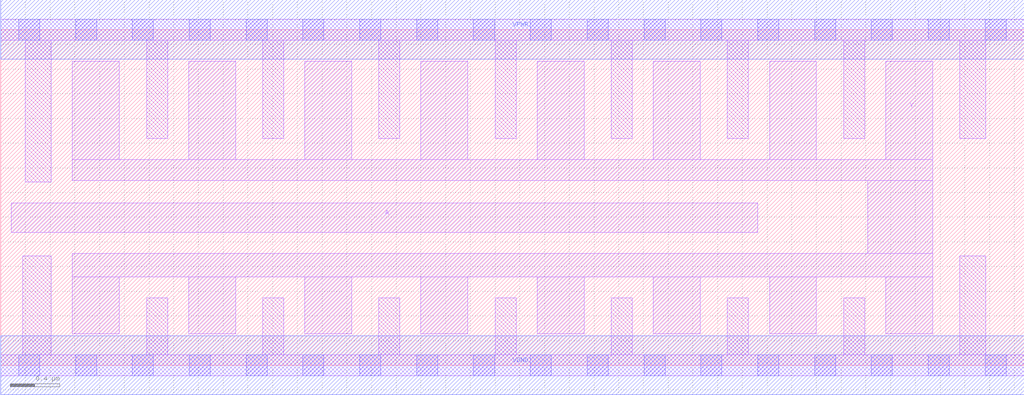
<source format=lef>
# Copyright 2020 The SkyWater PDK Authors
#
# Licensed under the Apache License, Version 2.0 (the "License");
# you may not use this file except in compliance with the License.
# You may obtain a copy of the License at
#
#     https://www.apache.org/licenses/LICENSE-2.0
#
# Unless required by applicable law or agreed to in writing, software
# distributed under the License is distributed on an "AS IS" BASIS,
# WITHOUT WARRANTIES OR CONDITIONS OF ANY KIND, either express or implied.
# See the License for the specific language governing permissions and
# limitations under the License.
#
# SPDX-License-Identifier: Apache-2.0

VERSION 5.7 ;
  NOWIREEXTENSIONATPIN ON ;
  DIVIDERCHAR "/" ;
  BUSBITCHARS "[]" ;
UNITS
  DATABASE MICRONS 200 ;
END UNITS
PROPERTYDEFINITIONS
  MACRO maskLayoutSubType STRING ;
  MACRO prCellType STRING ;
  MACRO originalViewName STRING ;
END PROPERTYDEFINITIONS
MACRO sky130_fd_sc_hdll__inv_16
  CLASS CORE ;
  FOREIGN sky130_fd_sc_hdll__inv_16 ;
  ORIGIN  0.000000  0.000000 ;
  SIZE  8.280000 BY  2.720000 ;
  SYMMETRY X Y R90 ;
  SITE unithd ;
  PIN A
    ANTENNAGATEAREA  4.440000 ;
    DIRECTION INPUT ;
    USE SIGNAL ;
    PORT
      LAYER li1 ;
        RECT 0.085000 1.075000 6.125000 1.315000 ;
    END
  END A
  PIN VGND
    ANTENNADIFFAREA  1.826500 ;
    DIRECTION INOUT ;
    USE SIGNAL ;
    PORT
      LAYER met1 ;
        RECT 0.000000 -0.240000 8.280000 0.240000 ;
    END
  END VGND
  PIN VPWR
    ANTENNADIFFAREA  2.570000 ;
    DIRECTION INOUT ;
    USE SIGNAL ;
    PORT
      LAYER met1 ;
        RECT 0.000000 2.480000 8.280000 2.960000 ;
    END
  END VPWR
  PIN Y
    ANTENNADIFFAREA  3.984000 ;
    DIRECTION OUTPUT ;
    USE SIGNAL ;
    PORT
      LAYER li1 ;
        RECT 0.580000 0.255000 0.960000 0.715000 ;
        RECT 0.580000 0.715000 7.540000 0.905000 ;
        RECT 0.580000 1.495000 7.540000 1.665000 ;
        RECT 0.580000 1.665000 0.960000 2.465000 ;
        RECT 1.520000 0.255000 1.900000 0.715000 ;
        RECT 1.520000 1.665000 1.900000 2.465000 ;
        RECT 2.460000 0.255000 2.840000 0.715000 ;
        RECT 2.460000 1.665000 2.840000 2.465000 ;
        RECT 3.400000 0.255000 3.780000 0.715000 ;
        RECT 3.400000 1.665000 3.780000 2.465000 ;
        RECT 4.340000 0.255000 4.720000 0.715000 ;
        RECT 4.340000 1.665000 4.720000 2.465000 ;
        RECT 5.280000 0.255000 5.660000 0.715000 ;
        RECT 5.280000 1.665000 5.660000 2.465000 ;
        RECT 6.220000 0.255000 6.600000 0.715000 ;
        RECT 6.220000 1.665000 6.600000 2.465000 ;
        RECT 7.015000 0.905000 7.540000 1.495000 ;
        RECT 7.160000 0.255000 7.540000 0.715000 ;
        RECT 7.160000 1.665000 7.540000 2.465000 ;
    END
  END Y
  OBS
    LAYER li1 ;
      RECT 0.000000 -0.085000 8.280000 0.085000 ;
      RECT 0.000000  2.635000 8.280000 2.805000 ;
      RECT 0.180000  0.085000 0.410000 0.885000 ;
      RECT 0.200000  1.485000 0.410000 2.635000 ;
      RECT 1.180000  0.085000 1.350000 0.545000 ;
      RECT 1.180000  1.835000 1.350000 2.635000 ;
      RECT 2.120000  0.085000 2.290000 0.545000 ;
      RECT 2.120000  1.835000 2.290000 2.635000 ;
      RECT 3.060000  0.085000 3.230000 0.545000 ;
      RECT 3.060000  1.835000 3.230000 2.635000 ;
      RECT 4.000000  0.085000 4.170000 0.545000 ;
      RECT 4.000000  1.835000 4.170000 2.635000 ;
      RECT 4.940000  0.085000 5.110000 0.545000 ;
      RECT 4.940000  1.835000 5.110000 2.635000 ;
      RECT 5.880000  0.085000 6.050000 0.545000 ;
      RECT 5.880000  1.835000 6.050000 2.635000 ;
      RECT 6.820000  0.085000 6.990000 0.545000 ;
      RECT 6.820000  1.835000 6.990000 2.635000 ;
      RECT 7.760000  0.085000 7.970000 0.885000 ;
      RECT 7.760000  1.835000 7.970000 2.635000 ;
    LAYER mcon ;
      RECT 0.145000 -0.085000 0.315000 0.085000 ;
      RECT 0.145000  2.635000 0.315000 2.805000 ;
      RECT 0.605000 -0.085000 0.775000 0.085000 ;
      RECT 0.605000  2.635000 0.775000 2.805000 ;
      RECT 1.065000 -0.085000 1.235000 0.085000 ;
      RECT 1.065000  2.635000 1.235000 2.805000 ;
      RECT 1.525000 -0.085000 1.695000 0.085000 ;
      RECT 1.525000  2.635000 1.695000 2.805000 ;
      RECT 1.985000 -0.085000 2.155000 0.085000 ;
      RECT 1.985000  2.635000 2.155000 2.805000 ;
      RECT 2.445000 -0.085000 2.615000 0.085000 ;
      RECT 2.445000  2.635000 2.615000 2.805000 ;
      RECT 2.905000 -0.085000 3.075000 0.085000 ;
      RECT 2.905000  2.635000 3.075000 2.805000 ;
      RECT 3.365000 -0.085000 3.535000 0.085000 ;
      RECT 3.365000  2.635000 3.535000 2.805000 ;
      RECT 3.825000 -0.085000 3.995000 0.085000 ;
      RECT 3.825000  2.635000 3.995000 2.805000 ;
      RECT 4.285000 -0.085000 4.455000 0.085000 ;
      RECT 4.285000  2.635000 4.455000 2.805000 ;
      RECT 4.745000 -0.085000 4.915000 0.085000 ;
      RECT 4.745000  2.635000 4.915000 2.805000 ;
      RECT 5.205000 -0.085000 5.375000 0.085000 ;
      RECT 5.205000  2.635000 5.375000 2.805000 ;
      RECT 5.665000 -0.085000 5.835000 0.085000 ;
      RECT 5.665000  2.635000 5.835000 2.805000 ;
      RECT 6.125000 -0.085000 6.295000 0.085000 ;
      RECT 6.125000  2.635000 6.295000 2.805000 ;
      RECT 6.585000 -0.085000 6.755000 0.085000 ;
      RECT 6.585000  2.635000 6.755000 2.805000 ;
      RECT 7.045000 -0.085000 7.215000 0.085000 ;
      RECT 7.045000  2.635000 7.215000 2.805000 ;
      RECT 7.505000 -0.085000 7.675000 0.085000 ;
      RECT 7.505000  2.635000 7.675000 2.805000 ;
      RECT 7.965000 -0.085000 8.135000 0.085000 ;
      RECT 7.965000  2.635000 8.135000 2.805000 ;
  END
  PROPERTY maskLayoutSubType "abstract" ;
  PROPERTY prCellType "standard" ;
  PROPERTY originalViewName "layout" ;
END sky130_fd_sc_hdll__inv_16
END LIBRARY

</source>
